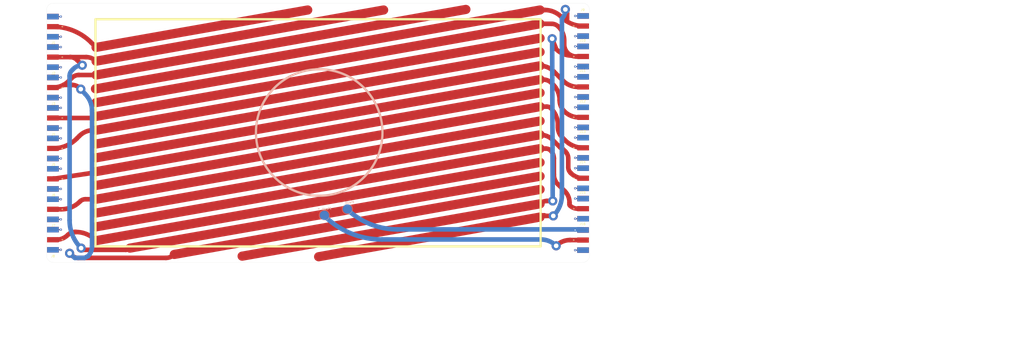
<source format=kicad_pcb>
(kicad_pcb (version 20221018) (generator pcbnew)
  (layers (0 "F.Cu" signal) (31 "B.Cu" signal) (34 "B.Paste" user) (35 "F.Paste" user) (36 "B.SilkS" user "B.Silkscreen") (37 "F.SilkS" user "F.Silkscreen") (38 "B.Mask" user) (39 "F.Mask" user) (44 "Edge.Cuts" user))
  (net 0 "")
  (net 1 "/Probe")
  (net 2 "GND")
  (footprint "Connector_Coaxial:SMA_Molex_73251-1153_EdgeMount_Horizontal" (layer "F.Cu") (at 150.97 212.4)
    (fp_text reference "J6" (at -1.5 7) (layer "F.SilkS"))
    (fp_text value "Conn_Coaxial")
    (fp_line (start 2 0) (end 2.5 -0.25) (stroke (width 0.12)) (layer "F.SilkS"))
    (fp_line (start 2.5 -0.25) (end 2.5 0.25) (stroke (width 0.12)) (layer "F.SilkS"))
    (fp_line (start 2.5 0.25) (end 2 0) (stroke (width 0.12)) (layer "F.SilkS"))
    (pad "1" smd rect (at -1.72 0) (size 5.08 2.29) (layers "F.Cu" "F.Paste" "F.Mask") (net 1 "/Probe"))
    (pad "2" smd rect (at -1.72 -4.38) (size 5.08 2.42) (layers "F.Cu" "F.Paste" "F.Mask") (net 2 "GND"))
    (pad "2" smd rect (at -1.72 -4.38) (size 5.08 2.42) (layers "B.Cu" "B.Paste" "B.Mask") (net 2 "GND"))
    (pad "2" smd rect (at -1.72 4.38) (size 5.08 2.42) (layers "F.Cu" "F.Paste" "F.Mask") (net 2 "GND"))
    (pad "2" smd rect (at -1.72 4.38) (size 5.08 2.42) (layers "B.Cu" "B.Paste" "B.Mask") (net 2 "GND"))
    (pad "2" smd rect (at 1.27 -4.38) (size 0.95 0.46) (layers "F.Cu") (net 2 "GND"))
    (pad "2" smd rect (at 1.27 -4.38) (size 0.95 0.46) (layers "B.Cu") (net 2 "GND"))
    (pad "2" smd rect (at 1.27 4.38) (size 0.95 0.46) (layers "F.Cu") (net 2 "GND"))
    (pad "2" smd rect (at 1.27 4.38) (size 0.95 0.46) (layers "B.Cu") (net 2 "GND"))
    (pad "2" thru_hole circle (at 1.72 -4.38) (size 0.97 0.97) (drill 0.46) (layers "*.Cu") (net 2 "GND"))
    (pad "2" thru_hole circle (at 1.72 4.38) (size 0.97 0.97) (drill 0.46) (layers "*.Cu") (net 2 "GND"))
  )
  (footprint "Connector_Coaxial:SMA_Molex_73251-1153_EdgeMount_Horizontal" (layer "F.Cu") (at 150.97 159.48)
    (fp_text reference "J2" (at -1.5 7) (layer "F.SilkS"))
    (fp_text value "Conn_Coaxial")
    (fp_line (start 2 0) (end 2.5 -0.25) (stroke (width 0.12)) (layer "F.SilkS"))
    (fp_line (start 2.5 -0.25) (end 2.5 0.25) (stroke (width 0.12)) (layer "F.SilkS"))
    (fp_line (start 2.5 0.25) (end 2 0) (stroke (width 0.12)) (layer "F.SilkS"))
    (pad "1" smd rect (at -1.72 0) (size 5.08 2.29) (layers "F.Cu" "F.Paste" "F.Mask") (net 1 "/Probe"))
    (pad "2" smd rect (at -1.72 -4.38) (size 5.08 2.42) (layers "F.Cu" "F.Paste" "F.Mask") (net 2 "GND"))
    (pad "2" smd rect (at -1.72 -4.38) (size 5.08 2.42) (layers "B.Cu" "B.Paste" "B.Mask") (net 2 "GND"))
    (pad "2" smd rect (at -1.72 4.38) (size 5.08 2.42) (layers "F.Cu" "F.Paste" "F.Mask") (net 2 "GND"))
    (pad "2" smd rect (at -1.72 4.38) (size 5.08 2.42) (layers "B.Cu" "B.Paste" "B.Mask") (net 2 "GND"))
    (pad "2" smd rect (at 1.27 -4.38) (size 0.95 0.46) (layers "F.Cu") (net 2 "GND"))
    (pad "2" smd rect (at 1.27 -4.38) (size 0.95 0.46) (layers "B.Cu") (net 2 "GND"))
    (pad "2" smd rect (at 1.27 4.38) (size 0.95 0.46) (layers "F.Cu") (net 2 "GND"))
    (pad "2" smd rect (at 1.27 4.38) (size 0.95 0.46) (layers "B.Cu") (net 2 "GND"))
    (pad "2" thru_hole circle (at 1.72 -4.38) (size 0.97 0.97) (drill 0.46) (layers "*.Cu") (net 2 "GND"))
    (pad "2" thru_hole circle (at 1.72 4.38) (size 0.97 0.97) (drill 0.46) (layers "*.Cu") (net 2 "GND"))
  )
  (footprint "Connector_Coaxial:SMA_Molex_73251-1153_EdgeMount_Horizontal" (layer "F.Cu") (at 377.96 239 180)
    (fp_text reference "J16" (at -1.5 7) (layer "F.SilkS"))
    (fp_text value "Conn_Coaxial")
    (fp_line (start 2 0) (end 2.5 -0.25) (stroke (width 0.12)) (layer "F.SilkS"))
    (fp_line (start 2.5 -0.25) (end 2.5 0.25) (stroke (width 0.12)) (layer "F.SilkS"))
    (fp_line (start 2.5 0.25) (end 2 0) (stroke (width 0.12)) (layer "F.SilkS"))
    (pad "1" smd rect (at -1.72 0 180) (size 5.08 2.29) (layers "F.Cu" "F.Paste" "F.Mask") (net 1 "/Probe"))
    (pad "2" smd rect (at -1.72 -4.38 180) (size 5.08 2.42) (layers "F.Cu" "F.Paste" "F.Mask") (net 2 "GND"))
    (pad "2" smd rect (at -1.72 -4.38 180) (size 5.08 2.42) (layers "B.Cu" "B.Paste" "B.Mask") (net 2 "GND"))
    (pad "2" smd rect (at -1.72 4.38 180) (size 5.08 2.42) (layers "F.Cu" "F.Paste" "F.Mask") (net 2 "GND"))
    (pad "2" smd rect (at -1.72 4.38 180) (size 5.08 2.42) (layers "B.Cu" "B.Paste" "B.Mask") (net 2 "GND"))
    (pad "2" smd rect (at 1.27 -4.38 180) (size 0.95 0.46) (layers "F.Cu") (net 2 "GND"))
    (pad "2" smd rect (at 1.27 -4.38 180) (size 0.95 0.46) (layers "B.Cu") (net 2 "GND"))
    (pad "2" smd rect (at 1.27 4.38 180) (size 0.95 0.46) (layers "F.Cu") (net 2 "GND"))
    (pad "2" smd rect (at 1.27 4.38 180) (size 0.95 0.46) (layers "B.Cu") (net 2 "GND"))
    (pad "2" thru_hole circle (at 1.72 -4.38 180) (size 0.97 0.97) (drill 0.46) (layers "*.Cu") (net 2 "GND"))
    (pad "2" thru_hole circle (at 1.72 4.38 180) (size 0.97 0.97) (drill 0.46) (layers "*.Cu") (net 2 "GND"))
  )
  (footprint "Connector_Coaxial:SMA_Molex_73251-1153_EdgeMount_Horizontal" (layer "F.Cu") (at 150.97 199.17)
    (fp_text reference "J5" (at -1.5 7) (layer "F.SilkS"))
    (fp_text value "Conn_Coaxial")
    (fp_line (start 2 0) (end 2.5 -0.25) (stroke (width 0.12)) (layer "F.SilkS"))
    (fp_line (start 2.5 -0.25) (end 2.5 0.25) (stroke (width 0.12)) (layer "F.SilkS"))
    (fp_line (start 2.5 0.25) (end 2 0) (stroke (width 0.12)) (layer "F.SilkS"))
    (pad "1" smd rect (at -1.72 0) (size 5.08 2.29) (layers "F.Cu" "F.Paste" "F.Mask") (net 1 "/Probe"))
    (pad "2" smd rect (at -1.72 -4.38) (size 5.08 2.42) (layers "F.Cu" "F.Paste" "F.Mask") (net 2 "GND"))
    (pad "2" smd rect (at -1.72 -4.38) (size 5.08 2.42) (layers "B.Cu" "B.Paste" "B.Mask") (net 2 "GND"))
    (pad "2" smd rect (at -1.72 4.38) (size 5.08 2.42) (layers "F.Cu" "F.Paste" "F.Mask") (net 2 "GND"))
    (pad "2" smd rect (at -1.72 4.38) (size 5.08 2.42) (layers "B.Cu" "B.Paste" "B.Mask") (net 2 "GND"))
    (pad "2" smd rect (at 1.27 -4.38) (size 0.95 0.46) (layers "F.Cu") (net 2 "GND"))
    (pad "2" smd rect (at 1.27 -4.38) (size 0.95 0.46) (layers "B.Cu") (net 2 "GND"))
    (pad "2" smd rect (at 1.27 4.38) (size 0.95 0.46) (layers "F.Cu") (net 2 "GND"))
    (pad "2" smd rect (at 1.27 4.38) (size 0.95 0.46) (layers "B.Cu") (net 2 "GND"))
    (pad "2" thru_hole circle (at 1.72 -4.38) (size 0.97 0.97) (drill 0.46) (layers "*.Cu") (net 2 "GND"))
    (pad "2" thru_hole circle (at 1.72 4.38) (size 0.97 0.97) (drill 0.46) (layers "*.Cu") (net 2 "GND"))
  )
  (footprint "Connector_Coaxial:SMA_Molex_73251-1153_EdgeMount_Horizontal" (layer "F.Cu") (at 378 185.665375 180)
    (fp_text reference "J12" (at -1.5 7) (layer "F.SilkS"))
    (fp_text value "Conn_Coaxial")
    (fp_line (start 2 0) (end 2.5 -0.25) (stroke (width 0.12)) (layer "F.SilkS"))
    (fp_line (start 2.5 -0.25) (end 2.5 0.25) (stroke (width 0.12)) (layer "F.SilkS"))
    (fp_line (start 2.5 0.25) (end 2 0) (stroke (width 0.12)) (layer "F.SilkS"))
    (pad "1" smd rect (at -1.72 0 180) (size 5.08 2.29) (layers "F.Cu" "F.Paste" "F.Mask") (net 1 "/Probe"))
    (pad "2" smd rect (at -1.72 -4.38 180) (size 5.08 2.42) (layers "F.Cu" "F.Paste" "F.Mask") (net 2 "GND"))
    (pad "2" smd rect (at -1.72 -4.38 180) (size 5.08 2.42) (layers "B.Cu" "B.Paste" "B.Mask") (net 2 "GND"))
    (pad "2" smd rect (at -1.72 4.38 180) (size 5.08 2.42) (layers "F.Cu" "F.Paste" "F.Mask") (net 2 "GND"))
    (pad "2" smd rect (at -1.72 4.38 180) (size 5.08 2.42) (layers "B.Cu" "B.Paste" "B.Mask") (net 2 "GND"))
    (pad "2" smd rect (at 1.27 -4.38 180) (size 0.95 0.46) (layers "F.Cu") (net 2 "GND"))
    (pad "2" smd rect (at 1.27 -4.38 180) (size 0.95 0.46) (layers "B.Cu") (net 2 "GND"))
    (pad "2" smd rect (at 1.27 4.38 180) (size 0.95 0.46) (layers "F.Cu") (net 2 "GND"))
    (pad "2" smd rect (at 1.27 4.38 180) (size 0.95 0.46) (layers "B.Cu") (net 2 "GND"))
    (pad "2" thru_hole circle (at 1.72 -4.38 180) (size 0.97 0.97) (drill 0.46) (layers "*.Cu") (net 2 "GND"))
    (pad "2" thru_hole circle (at 1.72 4.38 180) (size 0.97 0.97) (drill 0.46) (layers "*.Cu") (net 2 "GND"))
  )
  (footprint "Connector_Coaxial:SMA_Molex_73251-1153_EdgeMount_Horizontal" (layer "F.Cu") (at 150.97 172.71)
    (fp_text reference "J3" (at -1.5 7) (layer "F.SilkS"))
    (fp_text value "Conn_Coaxial")
    (fp_line (start 2 0) (end 2.5 -0.25) (stroke (width 0.12)) (layer "F.SilkS"))
    (fp_line (start 2.5 -0.25) (end 2.5 0.25) (stroke (width 0.12)) (layer "F.SilkS"))
    (fp_line (start 2.5 0.25) (end 2 0) (stroke (width 0.12)) (layer "F.SilkS"))
    (pad "1" smd rect (at -1.72 0) (size 5.08 2.29) (layers "F.Cu" "F.Paste" "F.Mask") (net 1 "/Probe"))
    (pad "2" smd rect (at -1.72 -4.38) (size 5.08 2.42) (layers "F.Cu" "F.Paste" "F.Mask") (net 2 "GND"))
    (pad "2" smd rect (at -1.72 -4.38) (size 5.08 2.42) (layers "B.Cu" "B.Paste" "B.Mask") (net 2 "GND"))
    (pad "2" smd rect (at -1.72 4.38) (size 5.08 2.42) (layers "F.Cu" "F.Paste" "F.Mask") (net 2 "GND"))
    (pad "2" smd rect (at -1.72 4.38) (size 5.08 2.42) (layers "B.Cu" "B.Paste" "B.Mask") (net 2 "GND"))
    (pad "2" smd rect (at 1.27 -4.38) (size 0.95 0.46) (layers "F.Cu") (net 2 "GND"))
    (pad "2" smd rect (at 1.27 -4.38) (size 0.95 0.46) (layers "B.Cu") (net 2 "GND"))
    (pad "2" smd rect (at 1.27 4.38) (size 0.95 0.46) (layers "F.Cu") (net 2 "GND"))
    (pad "2" smd rect (at 1.27 4.38) (size 0.95 0.46) (layers "B.Cu") (net 2 "GND"))
    (pad "2" thru_hole circle (at 1.72 -4.38) (size 0.97 0.97) (drill 0.46) (layers "*.Cu") (net 2 "GND"))
    (pad "2" thru_hole circle (at 1.72 4.38) (size 0.97 0.97) (drill 0.46) (layers "*.Cu") (net 2 "GND"))
  )
  (footprint "Connector_Coaxial:SMA_Molex_73251-1153_EdgeMount_Horizontal" (layer "F.Cu") (at 150.97 238.86)
    (fp_text reference "J8" (at -1.72 7.15) (layer "F.SilkS"))
    (fp_text value "Conn_Coaxial")
    (fp_line (start 2 0) (end 2.5 -0.25) (stroke (width 0.12)) (layer "F.SilkS"))
    (fp_line (start 2.5 -0.25) (end 2.5 0.25) (stroke (width 0.12)) (layer "F.SilkS"))
    (fp_line (start 2.5 0.25) (end 2 0) (stroke (width 0.12)) (layer "F.SilkS"))
    (pad "1" smd rect (at -1.72 0) (size 5.08 2.29) (layers "F.Cu" "F.Paste" "F.Mask") (net 1 "/Probe"))
    (pad "2" smd rect (at -1.72 -4.38) (size 5.08 2.42) (layers "F.Cu" "F.Paste" "F.Mask") (net 2 "GND"))
    (pad "2" smd rect (at -1.72 -4.38) (size 5.08 2.42) (layers "B.Cu" "B.Paste" "B.Mask") (net 2 "GND"))
    (pad "2" smd rect (at -1.72 4.38) (size 5.08 2.42) (layers "F.Cu" "F.Paste" "F.Mask") (net 2 "GND"))
    (pad "2" smd rect (at -1.72 4.38) (size 5.08 2.42) (layers "B.Cu" "B.Paste" "B.Mask") (net 2 "GND"))
    (pad "2" smd rect (at 1.27 -4.38) (size 0.95 0.46) (layers "F.Cu") (net 2 "GND"))
    (pad "2" smd rect (at 1.27 -4.38) (size 0.95 0.46) (layers "B.Cu") (net 2 "GND"))
    (pad "2" smd rect (at 1.27 4.38) (size 0.95 0.46) (layers "F.Cu") (net 2 "GND"))
    (pad "2" smd rect (at 1.27 4.38) (size 0.95 0.46) (layers "B.Cu") (net 2 "GND"))
    (pad "2" thru_hole circle (at 1.72 -4.38) (size 0.97 0.97) (drill 0.46) (layers "*.Cu") (net 2 "GND"))
    (pad "2" thru_hole circle (at 1.72 4.38) (size 0.97 0.97) (drill 0.46) (layers "*.Cu") (net 2 "GND"))
  )
  (footprint "Connector_Coaxial:SMA_Molex_73251-1153_EdgeMount_Horizontal" (layer "F.Cu") (at 378 172.435375 180)
    (fp_text reference "J11" (at -1.5 7) (layer "F.SilkS"))
    (fp_text value "Conn_Coaxial")
    (fp_line (start 2 0) (end 2.5 -0.25) (stroke (width 0.12)) (layer "F.SilkS"))
    (fp_line (start 2.5 -0.25) (end 2.5 0.25) (stroke (width 0.12)) (layer "F.SilkS"))
    (fp_line (start 2.5 0.25) (end 2 0) (stroke (width 0.12)) (layer "F.SilkS"))
    (pad "1" smd rect (at -1.72 0 180) (size 5.08 2.29) (layers "F.Cu" "F.Paste" "F.Mask") (net 1 "/Probe"))
    (pad "2" smd rect (at -1.72 -4.38 180) (size 5.08 2.42) (layers "F.Cu" "F.Paste" "F.Mask") (net 2 "GND"))
    (pad "2" smd rect (at -1.72 -4.38 180) (size 5.08 2.42) (layers "B.Cu" "B.Paste" "B.Mask") (net 2 "GND"))
    (pad "2" smd rect (at -1.72 4.38 180) (size 5.08 2.42) (layers "F.Cu" "F.Paste" "F.Mask") (net 2 "GND"))
    (pad "2" smd rect (at -1.72 4.38 180) (size 5.08 2.42) (layers "B.Cu" "B.Paste" "B.Mask") (net 2 "GND"))
    (pad "2" smd rect (at 1.27 -4.38 180) (size 0.95 0.46) (layers "F.Cu") (net 2 "GND"))
    (pad "2" smd rect (at 1.27 -4.38 180) (size 0.95 0.46) (layers "B.Cu") (net 2 "GND"))
    (pad "2" smd rect (at 1.27 4.38 180) (size 0.95 0.46) (layers "F.Cu") (net 2 "GND"))
    (pad "2" smd rect (at 1.27 4.38 180) (size 0.95 0.46) (layers "B.Cu") (net 2 "GND"))
    (pad "2" thru_hole circle (at 1.72 -4.38 180) (size 0.97 0.97) (drill 0.46) (layers "*.Cu") (net 2 "GND"))
    (pad "2" thru_hole circle (at 1.72 4.38 180) (size 0.97 0.97) (drill 0.46) (layers "*.Cu") (net 2 "GND"))
  )
  (footprint "Connector_Coaxial:SMA_Molex_73251-1153_EdgeMount_Horizontal" (layer "F.Cu") (at 378 198.895375 180)
    (fp_text reference "J13" (at -1.5 7) (layer "F.SilkS"))
    (fp_text value "Conn_Coaxial")
    (fp_line (start 2 0) (end 2.5 -0.25) (stroke (width 0.12)) (layer "F.SilkS"))
    (fp_line (start 2.5 -0.25) (end 2.5 0.25) (stroke (width 0.12)) (layer "F.SilkS"))
    (fp_line (start 2.5 0.25) (end 2 0) (stroke (width 0.12)) (layer "F.SilkS"))
    (pad "1" smd rect (at -1.72 0 180) (size 5.08 2.29) (layers "F.Cu" "F.Paste" "F.Mask") (net 1 "/Probe"))
    (pad "2" smd rect (at -1.72 -4.38 180) (size 5.08 2.42) (layers "F.Cu" "F.Paste" "F.Mask") (net 2 "GND"))
    (pad "2" smd rect (at -1.72 -4.38 180) (size 5.08 2.42) (layers "B.Cu" "B.Paste" "B.Mask") (net 2 "GND"))
    (pad "2" smd rect (at -1.72 4.38 180) (size 5.08 2.42) (layers "F.Cu" "F.Paste" "F.Mask") (net 2 "GND"))
    (pad "2" smd rect (at -1.72 4.38 180) (size 5.08 2.42) (layers "B.Cu" "B.Paste" "B.Mask") (net 2 "GND"))
    (pad "2" smd rect (at 1.27 -4.38 180) (size 0.95 0.46) (layers "F.Cu") (net 2 "GND"))
    (pad "2" smd rect (at 1.27 -4.38 180) (size 0.95 0.46) (layers "B.Cu") (net 2 "GND"))
    (pad "2" smd rect (at 1.27 4.38 180) (size 0.95 0.46) (layers "F.Cu") (net 2 "GND"))
    (pad "2" smd rect (at 1.27 4.38 180) (size 0.95 0.46) (layers "B.Cu") (net 2 "GND"))
    (pad "2" thru_hole circle (at 1.72 -4.38 180) (size 0.97 0.97) (drill 0.46) (layers "*.Cu") (net 2 "GND"))
    (pad "2" thru_hole circle (at 1.72 4.38 180) (size 0.97 0.97) (drill 0.46) (layers "*.Cu") (net 2 "GND"))
  )
  (footprint "Connector_Coaxial:SMA_Molex_73251-1153_EdgeMount_Horizontal" (layer "F.Cu") (at 378 225.355375 180)
    (fp_text reference "J15" (at -1.5 7) (layer "F.SilkS"))
    (fp_text value "Conn_Coaxial")
    (fp_line (start 2 0) (end 2.5 -0.25) (stroke (width 0.12)) (layer "F.SilkS"))
    (fp_line (start 2.5 -0.25) (end 2.5 0.25) (stroke (width 0.12)) (layer "F.SilkS"))
    (fp_line (start 2.5 0.25) (end 2 0) (stroke (width 0.12)) (layer "F.SilkS"))
    (pad "1" smd rect (at -1.72 0 180) (size 5.08 2.29) (layers "F.Cu" "F.Paste" "F.Mask") (net 1 "/Probe"))
    (pad "2" smd rect (at -1.72 -4.38 180) (size 5.08 2.42) (layers "F.Cu" "F.Paste" "F.Mask") (net 2 "GND"))
    (pad "2" smd rect (at -1.72 -4.38 180) (size 5.08 2.42) (layers "B.Cu" "B.Paste" "B.Mask") (net 2 "GND"))
    (pad "2" smd rect (at -1.72 4.38 180) (size 5.08 2.42) (layers "F.Cu" "F.Paste" "F.Mask") (net 2 "GND"))
    (pad "2" smd rect (at -1.72 4.38 180) (size 5.08 2.42) (layers "B.Cu" "B.Paste" "B.Mask") (net 2 "GND"))
    (pad "2" smd rect (at 1.27 -4.38 180) (size 0.95 0.46) (layers "F.Cu") (net 2 "GND"))
    (pad "2" smd rect (at 1.27 -4.38 180) (size 0.95 0.46) (layers "B.Cu") (net 2 "GND"))
    (pad "2" smd rect (at 1.27 4.38 180) (size 0.95 0.46) (layers "F.Cu") (net 2 "GND"))
    (pad "2" smd rect (at 1.27 4.38 180) (size 0.95 0.46) (layers "B.Cu") (net 2 "GND"))
    (pad "2" thru_hole circle (at 1.72 -4.38 180) (size 0.97 0.97) (drill 0.46) (layers "*.Cu") (net 2 "GND"))
    (pad "2" thru_hole circle (at 1.72 4.38 180) (size 0.97 0.97) (drill 0.46) (layers "*.Cu") (net 2 "GND"))
  )
  (footprint "Connector_Coaxial:SMA_Molex_73251-1153_EdgeMount_Horizontal" (layer "F.Cu") (at 150.97 146.25)
    (fp_text reference "J1" (at -1.5 7) (layer "F.SilkS"))
    (fp_text value "Conn_Coaxial")
    (fp_line (start 2 0) (end 2.5 -0.25) (stroke (width 0.12)) (layer "F.SilkS"))
    (fp_line (start 2.5 -0.25) (end 2.5 0.25) (stroke (width 0.12)) (layer "F.SilkS"))
    (fp_line (start 2.5 0.25) (end 2 0) (stroke (width 0.12)) (layer "F.SilkS"))
    (pad "1" smd rect (at -1.72 0) (size 5.08 2.29) (layers "F.Cu" "F.Paste" "F.Mask") (net 1 "/Probe"))
    (pad "2" smd rect (at -1.72 -4.38) (size 5.08 2.42) (layers "F.Cu" "F.Paste" "F.Mask") (net 2 "GND"))
    (pad "2" smd rect (at -1.72 -4.38) (size 5.08 2.42) (layers "B.Cu" "B.Paste" "B.Mask") (net 2 "GND"))
    (pad "2" smd rect (at -1.72 4.38) (size 5.08 2.42) (layers "F.Cu" "F.Paste" "F.Mask") (net 2 "GND"))
    (pad "2" smd rect (at -1.72 4.38) (size 5.08 2.42) (layers "B.Cu" "B.Paste" "B.Mask") (net 2 "GND"))
    (pad "2" smd rect (at 1.27 -4.38) (size 0.95 0.46) (layers "F.Cu") (net 2 "GND"))
    (pad "2" smd rect (at 1.27 -4.38) (size 0.95 0.46) (layers "B.Cu") (net 2 "GND"))
    (pad "2" smd rect (at 1.27 4.38) (size 0.95 0.46) (layers "F.Cu") (net 2 "GND"))
    (pad "2" smd rect (at 1.27 4.38) (size 0.95 0.46) (layers "B.Cu") (net 2 "GND"))
    (pad "2" thru_hole circle (at 1.72 -4.38) (size 0.97 0.97) (drill 0.46) (layers "*.Cu") (net 2 "GND"))
    (pad "2" thru_hole circle (at 1.72 4.38) (size 0.97 0.97) (drill 0.46) (layers "*.Cu") (net 2 "GND"))
  )
  (footprint "Connector_Coaxial:SMA_Molex_73251-1153_EdgeMount_Horizontal" (layer "F.Cu") (at 378 212.125375 180)
    (fp_text reference "J14" (at -1.5 7) (layer "F.SilkS"))
    (fp_text value "Conn_Coaxial")
    (fp_line (start 2 0) (end 2.5 -0.25) (stroke (width 0.12)) (layer "F.SilkS"))
    (fp_line (start 2.5 -0.25) (end 2.5 0.25) (stroke (width 0.12)) (layer "F.SilkS"))
    (fp_line (start 2.5 0.25) (end 2 0) (stroke (width 0.12)) (layer "F.SilkS"))
    (pad "1" smd rect (at -1.72 0 180) (size 5.08 2.29) (layers "F.Cu" "F.Paste" "F.Mask") (net 1 "/Probe"))
    (pad "2" smd rect (at -1.72 -4.38 180) (size 5.08 2.42) (layers "F.Cu" "F.Paste" "F.Mask") (net 2 "GND"))
    (pad "2" smd rect (at -1.72 -4.38 180) (size 5.08 2.42) (layers "B.Cu" "B.Paste" "B.Mask") (net 2 "GND"))
    (pad "2" smd rect (at -1.72 4.38 180) (size 5.08 2.42) (layers "F.Cu" "F.Paste" "F.Mask") (net 2 "GND"))
    (pad "2" smd rect (at -1.72 4.38 180) (size 5.08 2.42) (layers "B.Cu" "B.Paste" "B.Mask") (net 2 "GND"))
    (pad "2" smd rect (at 1.27 -4.38 180) (size 0.95 0.46) (layers "F.Cu") (net 2 "GND"))
    (pad "2" smd rect (at 1.27 -4.38 180) (size 0.95 0.46) (layers "B.Cu") (net 2 "GND"))
    (pad "2" smd rect (at 1.27 4.38 180) (size 0.95 0.46) (layers "F.Cu") (net 2 "GND"))
    (pad "2" smd rect (at 1.27 4.38 180) (size 0.95 0.46) (layers "B.Cu") (net 2 "GND"))
    (pad "2" thru_hole circle (at 1.72 -4.38 180) (size 0.97 0.97) (drill 0.46) (layers "*.Cu") (net 2 "GND"))
    (pad "2" thru_hole circle (at 1.72 4.38 180) (size 0.97 0.97) (drill 0.46) (layers "*.Cu") (net 2 "GND"))
  )
  (footprint "Connector_Coaxial:SMA_Molex_73251-1153_EdgeMount_Horizontal" (layer "F.Cu") (at 150.97 185.94)
    (fp_text reference "J4" (at -1.5 7) (layer "F.SilkS"))
    (fp_text value "Conn_Coaxial")
    (fp_line (start 2 0) (end 2.5 -0.25) (stroke (width 0.12)) (layer "F.SilkS"))
    (fp_line (start 2.5 -0.25) (end 2.5 0.25) (stroke (width 0.12)) (layer "F.SilkS"))
    (fp_line (start 2.5 0.25) (end 2 0) (stroke (width 0.12)) (layer "F.SilkS"))
    (pad "1" smd rect (at -1.72 0) (size 5.08 2.29) (layers "F.Cu" "F.Paste" "F.Mask") (net 1 "/Probe"))
    (pad "2" smd rect (at -1.72 -4.38) (size 5.08 2.42) (layers "F.Cu" "F.Paste" "F.Mask") (net 2 "GND"))
    (pad "2" smd rect (at -1.72 -4.38) (size 5.08 2.42) (layers "B.Cu" "B.Paste" "B.Mask") (net 2 "GND"))
    (pad "2" smd rect (at -1.72 4.38) (size 5.08 2.42) (layers "F.Cu" "F.Paste" "F.Mask") (net 2 "GND"))
    (pad "2" smd rect (at -1.72 4.38) (size 5.08 2.42) (layers "B.Cu" "B.Paste" "B.Mask") (net 2 "GND"))
    (pad "2" smd rect (at 1.27 -4.38) (size 0.95 0.46) (layers "F.Cu") (net 2 "GND"))
    (pad "2" smd rect (at 1.27 -4.38) (size 0.95 0.46) (layers "B.Cu") (net 2 "GND"))
    (pad "2" smd rect (at 1.27 4.38) (size 0.95 0.46) (layers "F.Cu") (net 2 "GND"))
    (pad "2" smd rect (at 1.27 4.38) (size 0.95 0.46) (layers "B.Cu") (net 2 "GND"))
    (pad "2" thru_hole circle (at 1.72 -4.38) (size 0.97 0.97) (drill 0.46) (layers "*.Cu") (net 2 "GND"))
    (pad "2" thru_hole circle (at 1.72 4.38) (size 0.97 0.97) (drill 0.46) (layers "*.Cu") (net 2 "GND"))
  )
  (footprint "Connector_Coaxial:SMA_Molex_73251-1153_EdgeMount_Horizontal" (layer "F.Cu") (at 150.97 225.63)
    (fp_text reference "J7" (at -1.5 7) (layer "F.SilkS"))
    (fp_text value "Conn_Coaxial")
    (fp_line (start 2 0) (end 2.5 -0.25) (stroke (width 0.12)) (layer "F.SilkS"))
    (fp_line (start 2.5 -0.25) (end 2.5 0.25) (stroke (width 0.12)) (layer "F.SilkS"))
    (fp_line (start 2.5 0.25) (end 2 0) (stroke (width 0.12)) (layer "F.SilkS"))
    (pad "1" smd rect (at -1.72 0) (size 5.08 2.29) (layers "F.Cu" "F.Paste" "F.Mask") (net 1 "/Probe"))
    (pad "2" smd rect (at -1.72 -4.38) (size 5.08 2.42) (layers "F.Cu" "F.Paste" "F.Mask") (net 2 "GND"))
    (pad "2" smd rect (at -1.72 -4.38) (size 5.08 2.42) (layers "B.Cu" "B.Paste" "B.Mask") (net 2 "GND"))
    (pad "2" smd rect (at -1.72 4.38) (size 5.08 2.42) (layers "F.Cu" "F.Paste" "F.Mask") (net 2 "GND"))
    (pad "2" smd rect (at -1.72 4.38) (size 5.08 2.42) (layers "B.Cu" "B.Paste" "B.Mask") (net 2 "GND"))
    (pad "2" smd rect (at 1.27 -4.38) (size 0.95 0.46) (layers "F.Cu") (net 2 "GND"))
    (pad "2" smd rect (at 1.27 -4.38) (size 0.95 0.46) (layers "B.Cu") (net 2 "GND"))
    (pad "2" smd rect (at 1.27 4.38) (size 0.95 0.46) (layers "F.Cu") (net 2 "GND"))
    (pad "2" smd rect (at 1.27 4.38) (size 0.95 0.46) (layers "B.Cu") (net 2 "GND"))
    (pad "2" thru_hole circle (at 1.72 -4.38) (size 0.97 0.97) (drill 0.46) (layers "*.Cu") (net 2 "GND"))
    (pad "2" thru_hole circle (at 1.72 4.38) (size 0.97 0.97) (drill 0.46) (layers "*.Cu") (net 2 "GND"))
  )
  (footprint "Connector_Coaxial:SMA_Molex_73251-1153_EdgeMount_Horizontal" (layer "F.Cu") (at 378 145.975375 180)
    (fp_text reference "J9" (at -1.5 7) (layer "F.SilkS"))
    (fp_text value "Conn_Coaxial")
    (fp_line (start 2 0) (end 2.5 -0.25) (stroke (width 0.12)) (layer "F.SilkS"))
    (fp_line (start 2.5 -0.25) (end 2.5 0.25) (stroke (width 0.12)) (layer "F.SilkS"))
    (fp_line (start 2.5 0.25) (end 2 0) (stroke (width 0.12)) (layer "F.SilkS"))
    (pad "1" smd rect (at -1.72 0 180) (size 5.08 2.29) (layers "F.Cu" "F.Paste" "F.Mask") (net 1 "/Probe"))
    (pad "2" smd rect (at -1.72 -4.38 180) (size 5.08 2.42) (layers "F.Cu" "F.Paste" "F.Mask") (net 2 "GND"))
    (pad "2" smd rect (at -1.72 -4.38 180) (size 5.08 2.42) (layers "B.Cu" "B.Paste" "B.Mask") (net 2 "GND"))
    (pad "2" smd rect (at -1.72 4.38 180) (size 5.08 2.42) (layers "F.Cu" "F.Paste" "F.Mask") (net 2 "GND"))
    (pad "2" smd rect (at -1.72 4.38 180) (size 5.08 2.42) (layers "B.Cu" "B.Paste" "B.Mask") (net 2 "GND"))
    (pad "2" smd rect (at 1.27 -4.38 180) (size 0.95 0.46) (layers "F.Cu") (net 2 "GND"))
    (pad "2" smd rect (at 1.27 -4.38 180) (size 0.95 0.46) (layers "B.Cu") (net 2 "GND"))
    (pad "2" smd rect (at 1.27 4.38 180) (size 0.95 0.46) (layers "F.Cu") (net 2 "GND"))
    (pad "2" smd rect (at 1.27 4.38 180) (size 0.95 0.46) (layers "B.Cu") (net 2 "GND"))
    (pad "2" thru_hole circle (at 1.72 -4.38 180) (size 0.97 0.97) (drill 0.46) (layers "*.Cu") (net 2 "GND"))
    (pad "2" thru_hole circle (at 1.72 4.38 180) (size 0.97 0.97) (drill 0.46) (layers "*.Cu") (net 2 "GND"))
  )
  (footprint "Connector_Coaxial:SMA_Molex_73251-1153_EdgeMount_Horizontal" (layer "F.Cu") (at 378 159.205375 180)
    (fp_text reference "J10" (at -1.5 7) (layer "F.SilkS"))
    (fp_text value "Conn_Coaxial")
    (fp_line (start 2 0) (end 2.5 -0.25) (stroke (width 0.12)) (layer "F.SilkS"))
    (fp_line (start 2.5 -0.25) (end 2.5 0.25) (stroke (width 0.12)) (layer "F.SilkS"))
    (fp_line (start 2.5 0.25) (end 2 0) (stroke (width 0.12)) (layer "F.SilkS"))
    (pad "1" smd rect (at -1.72 0 180) (size 5.08 2.29) (layers "F.Cu" "F.Paste" "F.Mask") (net 1 "/Probe"))
    (pad "2" smd rect (at -1.72 -4.38 180) (size 5.08 2.42) (layers "F.Cu" "F.Paste" "F.Mask") (net 2 "GND"))
    (pad "2" smd rect (at -1.72 -4.38 180) (size 5.08 2.42) (layers "B.Cu" "B.Paste" "B.Mask") (net 2 "GND"))
    (pad "2" smd rect (at -1.72 4.38 180) (size 5.08 2.42) (layers "F.Cu" "F.Paste" "F.Mask") (net 2 "GND"))
    (pad "2" smd rect (at -1.72 4.38 180) (size 5.08 2.42) (layers "B.Cu" "B.Paste" "B.Mask") (net 2 "GND"))
    (pad "2" smd rect (at 1.27 -4.38 180) (size 0.95 0.46) (layers "F.Cu") (net 2 "GND"))
    (pad "2" smd rect (at 1.27 -4.38 180) (size 0.95 0.46) (layers "B.Cu") (net 2 "GND"))
    (pad "2" smd rect (at 1.27 4.38 180) (size 0.95 0.46) (layers "F.Cu") (net 2 "GND"))
    (pad "2" smd rect (at 1.27 4.38 180) (size 0.95 0.46) (layers "B.Cu") (net 2 "GND"))
    (pad "2" thru_hole circle (at 1.72 -4.38 180) (size 0.97 0.97) (drill 0.46) (layers "*.Cu") (net 2 "GND"))
    (pad "2" thru_hole circle (at 1.72 4.38 180) (size 0.97 0.97) (drill 0.46) (layers "*.Cu") (net 2 "GND"))
  )
  (footprint "TestPoint:TestPoint_Pad_D4.0mm" (layer "B.Cu") (at 267.25 228.25 180)
    (fp_text reference "Piezo +" (at 0 2.898) (layer "B.SilkS") (effects (justify mirror)))
    (fp_text value "TestPoint_Pad_D4.0mm")
    (fp_circle (center 0 0) (end 0 -2.25) (stroke (width 0.12)) (fill none) (layer "B.SilkS"))
    (pad "1" smd circle (at 0 0 180) (size 4 4) (layers "B.Cu" "B.Mask"))
  )
  (footprint "TestPoint:TestPoint_Pad_D4.0mm" (layer "B.Cu") (at 277.25 225.5 180)
    (fp_text reference "Piezo -" (at 0 2.898) (layer "B.SilkS") (effects (justify mirror)))
    (fp_text value "TestPoint_Pad_D4.0mm")
    (fp_circle (center 0 0) (end 0 -2.25) (stroke (width 0.12)) (fill none) (layer "B.SilkS"))
    (pad "1" smd circle (at 0 0 180) (size 4 4) (layers "B.Cu" "B.Mask"))
  )
  (gr_circle (center 265 192.25) (end 292.501136 192.25) (stroke (width 1)) (fill none) (layer "B.SilkS"))
  (gr_rect (start 167.75 143) (end 361.25 241.75) (stroke (width 1)) (fill none) (layer "F.SilkS"))
  (gr_line (start 149.5 136) (end 379.5 136) (stroke (width 0.05)) (layer "Edge.Cuts"))
  (gr_line (start 146.5 245.75) (end 146.5 139) (stroke (width 0.05)) (layer "Edge.Cuts"))
  (gr_line (start 382.5 139) (end 382.5 245.75) (stroke (width 0.05)) (layer "Edge.Cuts"))
  (gr_line (start 379.5 248.75) (end 149.5 248.75) (stroke (width 0.05)) (layer "Edge.Cuts"))
  (gr_arc (start 379.5 136) (mid 381.62132 136.87868) (end 382.5 139) (stroke (width 0.05)) (layer "Edge.Cuts"))
  (gr_arc (start 146.5 139) (mid 147.37868 136.87868) (end 149.5 136) (stroke (width 0.05)) (layer "Edge.Cuts"))
  (gr_arc (start 149.5 248.75) (mid 147.37868 247.87132) (end 146.5 245.75) (stroke (width 0.05)) (layer "Edge.Cuts"))
  (gr_arc (start 382.5 245.75) (mid 381.62132 247.87132) (end 379.5 248.75) (stroke (width 0.05)) (layer "Edge.Cuts"))
  (segment (start 156.75 159.48) (end 163.726842 159.48) (width 2) (layer "F.Cu") (net 1))
  (segment (start 168 209.25) (end 361 175) (width 4) (layer "F.Cu") (net 1))
  (segment (start 160.25 246.75) (end 198.37868 246.75) (width 2) (layer "F.Cu") (net 1))
  (segment (start 231.5 246) (end 361 223.25) (width 4) (layer "F.Cu") (net 1))
  (segment (start 361 212.313904) (end 361 211) (width 2) (layer "F.Cu") (net 1))
  (segment (start 157.552549 171.572019) (end 153.822019 171.572019) (width 2) (layer "F.Cu") (net 1))
  (segment (start 371.75 217.75) (end 368.767767 214.767767) (width 2) (layer "F.Cu") (net 1))
  (segment (start 372.752071 143.997929) (end 372.752071 140.56566) (width 2) (layer "F.Cu") (net 1))
  (segment (start 369.827357 198.827357) (end 366.5 195.5) (width 2) (layer "F.Cu") (net 1))
  (segment (start 379.72 185.665375) (end 377.934784 185.665375) (width 2) (layer "F.Cu") (net 1))
  (segment (start 158.767766 235.5) (end 159.25 235.5) (width 2) (layer "F.Cu") (net 1))
  (segment (start 156.146712 169.853289) (end 157.5 168.5) (width 2) (layer "F.Cu") (net 1))
  (segment (start 372 200.5) (end 370.680911 199.180911) (width 2) (layer "F.Cu") (net 1))
  (segment (start 371 194.75) (end 370.578405 194.328405) (width 2) (layer "F.Cu") (net 1))
  (segment (start 371.910626 195.660627) (end 371 194.75) (width 2) (layer "F.Cu") (net 1))
  (segment (start 182.75 242.5) (end 361 211.25) (width 4) (layer "F.Cu") (net 1))
  (segment (start 168 161.25) (end 293 139) (width 4) (layer "F.Cu") (net 1))
  (segment (start 379.72 225.355375) (end 377.307155 225.355375) (width 2) (layer "F.Cu") (net 1))
  (segment (start 168 233.25) (end 361 199.25) (width 4) (layer "F.Cu") (net 1))
  (segment (start 149.25 159.48) (end 156.75 159.48) (width 2) (layer "F.Cu") (net 1))
  (segment (start 168 167.25) (end 328.75 138.75) (width 4) (layer "F.Cu") (net 1))
  (segment (start 361.83575 211) (end 361 211) (width 2) (layer "F.Cu") (net 1))
  (segment (start 368.75 189.914213) (end 368.75 188.99264) (width 2) (layer "F.Cu") (net 1))
  (segment (start 371.5 152.285607) (end 371.5 153.98499) (width 2) (layer "F.Cu") (net 1))
  (segment (start 149.25 225.63) (end 152.839959 225.63) (width 2) (layer "F.Cu") (net 1))
  (segment (start 167.61 238.86) (end 168 239.25) (width 2) (layer "F.Cu") (net 1))
  (segment (start 373.795 223.540077) (end 373.795 222.687066) (width 2) (layer "F.Cu") (net 1))
  (segment (start 362.190939 199.25) (end 361.188002 199.25) (width 2) (layer "F.Cu") (net 1))
  (segment (start 376.720385 159.205375) (end 379.72 159.205375) (width 2) (layer "F.Cu") (net 1))
  (segment (start 168 203.25) (end 361 169.25) (width 4) (layer "F.Cu") (net 1))
  (segment (start 156.5 244.75) (end 157.262563 245.512563) (width 2) (layer "F.Cu") (net 1))
  (segment (start 163.414213 221.25) (end 168 221.25) (width 2) (layer "F.Cu") (net 1))
  (segment (start 367 210.5) (end 367 203.517767) (width 2) (layer "F.Cu") (net 1))
  (segment (start 166.785533 191.25) (end 168 191.25) (width 2) (layer "F.Cu") (net 1))
  (segment (start 363.93934 181) (end 361 181) (width 2) (layer "F.Cu") (net 1))
  (segment (start 362.171573 163.25) (end 361 163.25) (width 2) (layer "F.Cu") (net 1))
  (segment (start 366.5 222) (end 364.017766 222) (width 2) (layer "F.Cu") (net 1))
  (segment (start 167.785534 239.035534) (end 168 239.25) (width 2) (layer "F.Cu") (net 1))
  (segment (start 168 215.25) (end 361 181) (width 4) (layer "F.Cu") (net 1))
  (segment (start 165.894291 153.144291) (end 168 155.25) (width 2) (layer "F.Cu") (net 1))
  (segment (start 162.25 243.25) (end 180.93934 243.25) (width 2) (layer "F.Cu") (net 1))
  (segment (start 149.25 238.86) (end 150.65601 238.86) (width 2) (layer "F.Cu") (net 1))
  (segment (start 168 227.25) (end 361 193.25) (width 4) (layer "F.Cu") (net 1))
  (segment (start 366.974873 165.724874) (end 371 169.75) (width 2) (layer "F.Cu") (net 1))
  (segment (start 168 221.25) (end 361 187.25) (width 4) (layer "F.Cu") (net 1))
  (segment (start 149.25 185.94) (end 166.334193 185.94) (width 2) (layer "F.Cu") (net 1))
  (segment (start 168 185.25) (end 361 151.25) (width 4) (layer "F.Cu") (net 1))
  (segment (start 167.49264 239.25) (end 168 239.25) (width 2) (layer "F.Cu") (net 1))
  (segment (start 361 199.25) (end 363.585787 199.25) (width 2) (layer "F.Cu") (net 1))
  (segment (start 373.25 207.335787) (end 373.25 203.517766) (width 2) (layer "F.Cu") (net 1))
  (segment (start 366.727029 171.477029) (end 366 170.75) (width 2) (layer "F.Cu") (net 1))
  (segment (start 149.25 212.4) (end 166.75 209.75) (width 2) (layer "F.Cu") (net 1))
  (segment (start 361.075379 205.325379) (end 361 205.25) (width 2) (layer "F.Cu") (net 1))
  (segment (start 202 245.25) (end 361 217) (width 4) (layer "F.Cu") (net 1))
  (segment (start 161.352707 173.397293) (end 160.572311 172.616897) (width 2) (layer "F.Cu") (net 1))
  (segment (start 361.06802 193.25) (end 361 193.25) (width 2) (layer "F.Cu") (net 1))
  (segment (start 379.68 239) (end 374.035533 239) (width 2) (layer "F.Cu") (net 1))
  (segment (start 159.703294 160.703295) (end 162 163) (width 2) (layer "F.Cu") (net 1))
  (segment (start 160.517766 167.25) (end 168 167.25) (width 2) (layer "F.Cu") (net 1))
  (segment (start 168 155.25) (end 260 139) (width 4) (layer "F.Cu") (net 1))
  (segment (start 361 145) (end 365.982255 145) (width 2) (layer "F.Cu") (net 1))
  (segment (start 166.75 209.75) (end 166.792894 209.75) (width 2) (layer "F.Cu") (net 1))
  (segment (start 363.00736 139) (end 361 139) (width 2) (layer "F.Cu") (net 1))
  (segment (start 366.75 228.5) (end 363.414213 228.5) (width 2) (layer "F.Cu") (net 1))
  (segment (start 161.5 242.5) (end 162.25 243.25) (width 2) (layer "F.Cu") (net 1))
  (segment (start 361.6967 163.25) (end 361 163.25) (width 2) (layer "F.Cu") (net 1))
  (segment (start 168 197.25) (end 361 163.25) (width 4) (layer "F.Cu") (net 1))
  (segment (start 362.37868 169.25) (end 361 169.25) (width 2) (layer "F.Cu") (net 1))
  (segment (start 377.483068 172.435375) (end 379.72 172.435375) (width 2) (layer "F.Cu") (net 1))
  (segment (start 168 179.25) (end 361 145) (width 4) (layer "F.Cu") (net 1))
  (segment (start 168 173.25) (end 167.75 173.25) (width 4) (layer "F.Cu") (net 1))
  (segment (start 159.629209 194.870791) (end 160.75 193.75) (width 2) (layer "F.Cu") (net 1))
  (segment (start 168 173.25) (end 361 139) (width 4) (layer "F.Cu") (net 1))
  (segment (start 264.75 246.25) (end 361 229) (width 4) (layer "F.Cu") (net 1))
  (segment (start 374.437144 209.937145) (end 374.25 209.75) (width 2) (layer "F.Cu") (net 1))
  (segment (start 370.340089 142.090088) (end 370.25 142) (width 2) (layer "F.Cu") (net 1))
  (segment (start 361.188002 199.25) (end 361 199.25) (width 2) (layer "F.Cu") (net 1))
  (segment (start 168 239.25) (end 361 205.25) (width 4) (layer "F.Cu") (net 1))
  (segment (start 168 191.25) (end 361 157.25) (width 4) (layer "F.Cu") (net 1))
  (segment (start 366.25 151.5) (end 368.039812 156.039812) (width 2) (layer "F.Cu") (net 1))
  (via (at 156.5 244.75) (size 4) (drill 2) (layers "F.Cu" "B.Cu") (net 1))
  (via (at 372 138.75) (size 4) (drill 2) (layers "F.Cu" "B.Cu") (net 1))
  (via (at 368 241.5) (size 4) (drill 2) (layers "F.Cu" "B.Cu") (net 1))
  (via (at 161.352707 173.397293) (size 4) (drill 2) (layers "F.Cu" "B.Cu") (net 1))
  (via (at 162 163) (size 4) (drill 2) (layers "F.Cu" "B.Cu") (net 1))
  (via (at 366.5 222) (size 4) (drill 2) (layers "F.Cu" "B.Cu") (net 1))
  (via (at 366.25 151.5) (size 4) (drill 2) (layers "F.Cu" "B.Cu") (net 1))
  (via (at 161.5 242.5) (size 4) (drill 2) (layers "F.Cu" "B.Cu") (net 1))
  (via (at 366.75 228.5) (size 4) (drill 2) (layers "F.Cu" "B.Cu") (net 1))
  (arc (start 180.93934 243.25) (mid 181.919262 243.055081) (end 182.75 242.5) (width 2) (layer "F.Cu") (net 1))
  (arc (start 160.75 193.75) (mid 163.519126 191.899729) (end 166.785533 191.25) (width 2) (layer "F.Cu") (net 1))
  (arc (start 368.039812 156.039812) (mid 371.118472 158.096907) (end 374.75 158.819263) (width 2) (layer "F.Cu") (net 1))
  (arc (start 373.25 203.517766) (mid 372.925136 201.884563) (end 372 200.5) (width 2) (layer "F.Cu") (net 1))
  (arc (start 161 222.25) (mid 162.10765 221.509892) (end 163.414213 221.25) (width 2) (layer "F.Cu") (net 1))
  (arc (start 365.982255 145) (mid 367.615438 145.32486) (end 369 146.25) (width 2) (layer "F.Cu") (net 1))
  (arc (start 198.37868 246.75) (mid 200.338524 246.360162) (end 202 245.25) (width 2) (layer "F.Cu") (net 1))
  (arc (start 377.934784 185.665375) (mid 374.452304 184.972667) (end 371.5 183) (width 2) (layer "F.Cu") (net 1))
  (arc (start 369 146.25) (mid 370.850271 149.019164) (end 371.5 152.285607) (width 2) (layer "F.Cu") (net 1))
  (arc (start 370.680911 199.180911) (mid 370.289297 198.919242) (end 369.827357 198.827357) (width 2) (layer "F.Cu") (net 1))
  (arc (start 166.334193 185.94) (mid 167.235721 185.760674) (end 168 185.25) (width 2) (layer "F.Cu") (net 1))
  (arc (start 367 203.517767) (mid 366.629193 201.653593) (end 365.573223 200.073223) (width 2) (layer "F.Cu") (net 1))
  (arc (start 364.017766 222) (mid 362.384563 222.324864) (end 361 223.25) (width 2) (layer "F.Cu") (net 1))
  (arc (start 152.839959 225.63) (mid 157.256141 224.751566) (end 161 222.25) (width 2) (layer "F.Cu") (net 1))
  (arc (start 363.414213 228.5) (mid 363.087572 228.435027) (end 362.81066 228.25) (width 2) (layer "F.Cu") (net 1))
  (arc (start 371 169.75) (mid 373.974457 171.737469) (end 377.483068 172.435375) (width 2) (layer "F.Cu") (net 1))
  (arc (start 155.75 236.75) (mid 157.134562 235.824865) (end 158.767766 235.5) (width 2) (layer "F.Cu") (net 1))
  (arc (start 368.767767 214.767767) (mid 367.459427 212.809699) (end 367 210.5) (width 2) (layer "F.Cu") (net 1))
  (arc (start 365.75 181.75) (mid 364.919262 181.194918) (end 363.93934 181) (width 2) (layer "F.Cu") (net 1))
  (arc (start 379.72 198.895375) (mid 375.493597 198.054691) (end 371.910626 195.660627) (width 2) (layer "F.Cu") (net 1))
  (arc (start 371.5 183) (mid 370.019783 180.784699) (end 369.5 178.171573) (width 2) (layer "F.Cu") (net 1))
  (arc (start 157.262563 245.512563) (mid 158.633211 246.428401) (end 160.25 246.75) (width 2) (layer "F.Cu") (net 1))
  (arc (start 149.25 199.17) (mid 154.867187 198.052672) (end 159.629209 194.870791) (width 2) (layer "F.Cu") (net 1))
  (arc (start 368.75 188.99264) (mid 367.970325 185.072951) (end 365.75 181.75) (width 2) (layer "F.Cu") (net 1))
  (arc (start 371.5 153.98499) (mid 373.029015 157.67636) (end 376.720385 159.205375) (width 2) (layer "F.Cu") (net 1))
  (arc (start 149.25 146.25) (mid 158.257825 148.041768) (end 165.894291 153.144291) (width 2) (layer "F.Cu") (net 1))
  (arc (start 366 170.75) (mid 364.338525 169.639837) (end 362.37868 169.25) (width 2) (layer "F.Cu") (net 1))
  (arc (start 370.578405 194.328405) (mid 369.225187 192.303172) (end 368.75 189.914213) (width 2) (layer "F.Cu") (net 1))
  (arc (start 377.307155 225.355375) (mid 375.503945 224.996694) (end 373.975258 223.975258) (width 2) (layer "F.Cu") (net 1))
  (arc (start 149.25 212.4) (mid 149.360765 212.474011) (end 149.491421 212.5) (width 2) (layer "F.Cu") (net 1))
  (arc (start 166.792894 209.75) (mid 167.446175 209.620054) (end 168 209.25) (width 2) (layer "F.Cu") (net 1))
  (arc (start 149.25 172.71) (mid 152.982473 171.967565) (end 156.146712 169.853289) (width 2) (layer "F.Cu") (net 1))
  (arc (start 363.585787 199.25) (mid 364.66138 199.463949) (end 365.573223 200.073223) (width 2) (layer "F.Cu") (net 1))
  (arc (start 379.72 212.125375) (mid 376.860939 211.556672) (end 374.437144 209.937145) (width 2) (layer "F.Cu") (net 1))
  (arc (start 160.572311 172.616897) (mid 159.149877 171.84113) (end 157.552549 171.572019) (width 2) (layer "F.Cu") (net 1))
  (arc (start 156.75 159.48) (mid 158.348311 159.797924) (end 159.703294 160.703295) (width 2) (layer "F.Cu") (net 1))
  (arc (start 373.795 222.687066) (mid 373.263522 220.015145) (end 371.75 217.75) (width 2) (layer "F.Cu") (net 1))
  (arc (start 374.25 209.75) (mid 373.509891 208.64235) (end 373.25 207.335787) (width 2) (layer "F.Cu") (net 1))
  (arc (start 361 163.25) (mid 364.233578 163.893199) (end 366.974873 165.724874) (width 2) (layer "F.Cu") (net 1))
  (arc (start 379.72 145.975375) (mid 374.643628 144.965622) (end 370.340089 142.090088) (width 2) (layer "F.Cu") (net 1))
  (arc (start 362.81066 228.25) (mid 361.830738 228.444919) (end 361 229) (width 2) (layer "F.Cu") (net 1))
  (arc (start 374.035533 239) (mid 370.769126 239.649729) (end 368 241.5) (width 2) (layer "F.Cu") (net 1))
  (arc (start 370.25 142) (mid 366.927049 139.779674) (end 363.00736 139) (width 2) (layer "F.Cu") (net 1))
  (arc (start 163.726842 159.48) (mid 166.039458 159.940008) (end 168 161.25) (width 2) (layer "F.Cu") (net 1))
  (arc (start 372.752071 140.56566) (mid 372.556614 139.583032) (end 372 138.75) (width 2) (layer "F.Cu") (net 1))
  (arc (start 373.795 223.540077) (mid 373.841848 223.775595) (end 373.975258 223.975258) (width 2) (layer "F.Cu") (net 1))
  (arc (start 369.5 178.171573) (mid 368.779328 174.548512) (end 366.727029 171.477029) (width 2) (layer "F.Cu") (net 1))
  (arc (start 149.25 212.4) (mid 149.416147 212.288984) (end 149.612132 212.25) (width 2) (layer "F.Cu") (net 1))
  (arc (start 150.65601 238.86) (mid 153.412858 238.311629) (end 155.75 236.75) (width 2) (layer "F.Cu") (net 1))
  (arc (start 157.5 168.5) (mid 158.884562 167.574865) (end 160.517766 167.25) (width 2) (layer "F.Cu") (net 1))
  (arc (start 366.5 195.5) (mid 364.007787 193.834756) (end 361.06802 193.25) (width 2) (layer "F.Cu") (net 1))
  (arc (start 159.25 235.5) (mid 163.869398 236.418855) (end 167.785534 239.035534) (width 2) (layer "F.Cu") (net 1))
  (segment (start 372 138.75) (end 372 139.12868) (width 2) (layer "B.Cu") (net 1))
  (segment (start 366.25 151.5) (end 366.5 222) (width 2) (layer "B.Cu") (net 1))
  (segment (start 361.360913 238.75) (end 292.292531 238.75) (width 2) (layer "B.Cu") (net 1))
  (segment (start 156.5 244.75) (end 158.75 246.75) (width 2) (layer "B.Cu") (net 1))
  (segment (start 156.5 167.664213) (end 156.5 230.428933) (width 2) (layer "B.Cu") (net 1))
  (segment (start 163.25 175.5) (end 161.352707 173.397293) (width 2) (layer "B.Cu") (net 1))
  (segment (start 166.25 241.750065) (end 166.25 182.74264) (width 2) (layer "B.Cu") (net 1))
  (segment (start 158.75 246.75) (end 163 246.75) (width 2) (layer "B.Cu") (net 1))
  (segment (start 370.5 142.75) (end 370.5 219.4467) (width 2) (layer "B.Cu") (net 1))
  (segment (start 163 246.75) (end 164.482233 246.017767) (width 2) (layer "B.Cu") (net 1))
  (segment (start 158.159009 164.59099) (end 157.5 165.25) (width 2) (layer "B.Cu") (net 1))
  (arc (start 292.292531 238.75) (mid 278.626014 236.031561) (end 267.040101 228.290101) (width 2) (layer "B.Cu") (net 1))
  (arc (start 368 241.5) (mid 364.953961 239.464701) (end 361.360913 238.75) (width 2) (layer "B.Cu") (net 1))
  (arc (start 162 163) (mid 159.921271 163.413485) (end 158.159009 164.59099) (width 2) (layer "B.Cu") (net 1))
  (arc (start 370.5 219.4467) (mid 369.525406 224.346311) (end 366.75 228.5) (width 2) (layer "B.Cu") (net 1))
  (arc (start 157.5 165.25) (mid 156.759892 166.35765) (end 156.5 167.664213) (width 2) (layer "B.Cu") (net 1))
  (arc (start 372 139.12868) (mid 371.610162 141.088524) (end 370.5 142.75) (width 2) (layer "B.Cu") (net 1))
  (arc (start 166.25 182.74264) (mid 165.470325 178.822951) (end 163.25 175.5) (width 2) (layer "B.Cu") (net 1))
  (arc (start 164.482233 246.017767) (mid 165.790579 244.059715) (end 166.25 241.750065) (width 2) (layer "B.Cu") (net 1))
  (arc (start 156.5 230.428933) (mid 157.799458 236.961747) (end 161.5 242.5) (width 2) (layer "B.Cu") (net 1))
  (segment (start 379.68 234.37) (end 299.070915 234.37) (width 2) (layer "B.Cu") (net 2))
  (arc (start 299.070915 234.37) (mid 286.874859 231.944054) (end 276.535543 225.035543) (width 2) (layer "B.Cu") (net 2))
)
</source>
